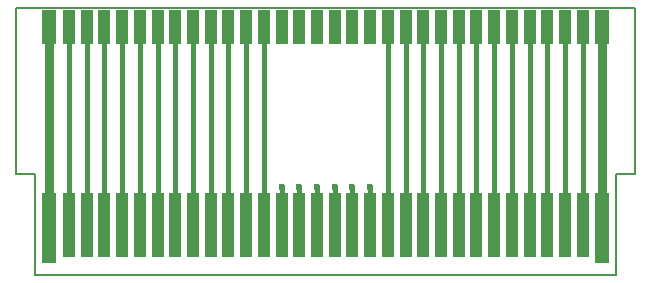
<source format=gbr>
G04 #@! TF.GenerationSoftware,KiCad,Pcbnew,(6.0.1-0)*
G04 #@! TF.CreationDate,2022-02-22T22:29:53-05:00*
G04 #@! TF.ProjectId,GBCart-Extender,47424361-7274-42d4-9578-74656e646572,rev?*
G04 #@! TF.SameCoordinates,Original*
G04 #@! TF.FileFunction,Copper,L1,Top*
G04 #@! TF.FilePolarity,Positive*
%FSLAX46Y46*%
G04 Gerber Fmt 4.6, Leading zero omitted, Abs format (unit mm)*
G04 Created by KiCad (PCBNEW (6.0.1-0)) date 2022-02-22 22:29:53*
%MOMM*%
%LPD*%
G01*
G04 APERTURE LIST*
G04 #@! TA.AperFunction,Profile*
%ADD10C,0.150000*%
G04 #@! TD*
G04 #@! TA.AperFunction,ConnectorPad*
%ADD11R,1.300000X6.000000*%
G04 #@! TD*
G04 #@! TA.AperFunction,ConnectorPad*
%ADD12R,1.000000X5.500000*%
G04 #@! TD*
G04 #@! TA.AperFunction,ConnectorPad*
%ADD13R,1.000000X3.000000*%
G04 #@! TD*
G04 #@! TA.AperFunction,ConnectorPad*
%ADD14R,1.300000X3.000000*%
G04 #@! TD*
G04 #@! TA.AperFunction,ViaPad*
%ADD15C,0.600000*%
G04 #@! TD*
G04 #@! TA.AperFunction,Conductor*
%ADD16C,0.800000*%
G04 #@! TD*
G04 #@! TA.AperFunction,Conductor*
%ADD17C,0.400000*%
G04 #@! TD*
G04 APERTURE END LIST*
D10*
X124600000Y-91400000D02*
X126200000Y-91400000D01*
X75400000Y-100000000D02*
X124600000Y-100000000D01*
X75400000Y-91400000D02*
X73800000Y-91400000D01*
X73800000Y-77350000D02*
X73800000Y-91400000D01*
X126200000Y-91395000D02*
X126200000Y-77350000D01*
X124600000Y-100000000D02*
X124600000Y-91400000D01*
X75400000Y-100000000D02*
X75400000Y-91400000D01*
X73800000Y-77350000D02*
X126200000Y-77350000D01*
D11*
X76600000Y-96000000D03*
D12*
X78250000Y-95750000D03*
X79750000Y-95750000D03*
X81250000Y-95750000D03*
X82750000Y-95750000D03*
X84250000Y-95750000D03*
X85750000Y-95750000D03*
X87250000Y-95750000D03*
X88750000Y-95750000D03*
X90250000Y-95750000D03*
X91750000Y-95750000D03*
X93250000Y-95750000D03*
X94750000Y-95750000D03*
X96250000Y-95750000D03*
X97750000Y-95750000D03*
X99250000Y-95750000D03*
X100750000Y-95750000D03*
X102250000Y-95750000D03*
X103750000Y-95750000D03*
X105250000Y-95750000D03*
X106750000Y-95750000D03*
X108250000Y-95750000D03*
X109750000Y-95750000D03*
X111250000Y-95750000D03*
X112750000Y-95750000D03*
X114250000Y-95750000D03*
X115750000Y-95750000D03*
X117250000Y-95750000D03*
X118750000Y-95750000D03*
X120250000Y-95750000D03*
X121750000Y-95750000D03*
D11*
X123400000Y-96000000D03*
D13*
X103750000Y-79000000D03*
X81250000Y-79000000D03*
X96250000Y-79000000D03*
X120250000Y-79000000D03*
X102250000Y-79000000D03*
X91750000Y-79000000D03*
D14*
X123400000Y-79000000D03*
D13*
X111250000Y-79000000D03*
X117250000Y-79000000D03*
X118750000Y-79000000D03*
X109750000Y-79000000D03*
X105250000Y-79000000D03*
X82750000Y-79000000D03*
X79800000Y-79000000D03*
X99250000Y-79000000D03*
X78250000Y-79000000D03*
X97750000Y-79000000D03*
X90250000Y-79000000D03*
X93250000Y-79000000D03*
X115750000Y-79000000D03*
X114250000Y-79000000D03*
X112750000Y-79000000D03*
X121750000Y-79000000D03*
X87250000Y-79000000D03*
D14*
X76600000Y-79000000D03*
D13*
X88750000Y-79000000D03*
X100750000Y-79000000D03*
X106750000Y-79000000D03*
X94750000Y-79000000D03*
X84250000Y-79000000D03*
X108250000Y-79000000D03*
X85750000Y-79000000D03*
D15*
X123400000Y-92500000D03*
X96250000Y-79900000D03*
X96250000Y-92500000D03*
X97750000Y-92500000D03*
X97750000Y-79900000D03*
X99250000Y-92500000D03*
X99250000Y-79900000D03*
X100750000Y-92500000D03*
X100750000Y-79900000D03*
X102250000Y-79900000D03*
X102250000Y-92500000D03*
X103750000Y-92500000D03*
X103750000Y-79900000D03*
D16*
X76600000Y-96000000D02*
X76600000Y-79000000D01*
X123400000Y-79000000D02*
X123400000Y-96000000D01*
D17*
X84250000Y-95750000D02*
X84250000Y-79000000D01*
X78250000Y-79000000D02*
X78250000Y-95750000D01*
X85750000Y-79000000D02*
X85750000Y-95750000D01*
X87250000Y-95750000D02*
X87250000Y-79000000D01*
X88750000Y-79000000D02*
X88750000Y-95750000D01*
X90250000Y-95750000D02*
X90250000Y-79000000D01*
X108250000Y-95750000D02*
X108250000Y-79000000D01*
X91750000Y-79000000D02*
X91750000Y-95750000D01*
X109750000Y-79000000D02*
X109750000Y-95750000D01*
X93250000Y-95750000D02*
X93250000Y-79000000D01*
X111250000Y-95750000D02*
X111250000Y-79000000D01*
X94750000Y-79000000D02*
X94750000Y-95750000D01*
X112750000Y-79000000D02*
X112750000Y-95750000D01*
X96250000Y-92500000D02*
X96250000Y-95750000D01*
X114250000Y-95750000D02*
X114250000Y-79000000D01*
X97750000Y-92500000D02*
X97750000Y-95750000D01*
X115750000Y-79000000D02*
X115750000Y-95750000D01*
X99250000Y-92500000D02*
X99250000Y-95750000D01*
X117250000Y-95750000D02*
X117250000Y-79000000D01*
X100750000Y-92500000D02*
X100750000Y-95750000D01*
X118750000Y-95750000D02*
X118750000Y-79000000D01*
X102250000Y-92500000D02*
X102250000Y-95750000D01*
X103750000Y-92500000D02*
X103750000Y-95750000D01*
X121750000Y-95750000D02*
X121750000Y-79000000D01*
X105250000Y-95750000D02*
X105250000Y-79000000D01*
X106750000Y-79000000D02*
X106750000Y-95750000D01*
X120250000Y-79000000D02*
X120250000Y-95750000D01*
X82750000Y-79000000D02*
X82750000Y-95750000D01*
X81250000Y-95750000D02*
X81250000Y-79000000D01*
X79750000Y-95750000D02*
X79750000Y-79050000D01*
X79750000Y-79050000D02*
X79800000Y-79000000D01*
M02*

</source>
